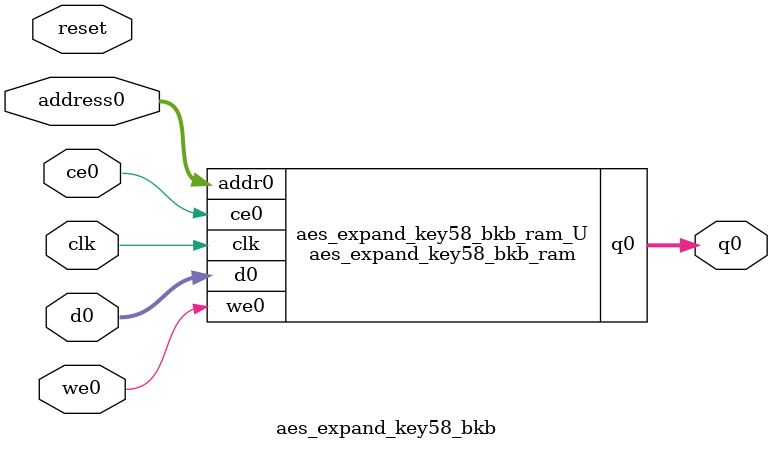
<source format=v>
`timescale 1 ns / 1 ps
module aes_expand_key58_bkb_ram (addr0, ce0, d0, we0, q0,  clk);

parameter DWIDTH = 16;
parameter AWIDTH = 8;
parameter MEM_SIZE = 240;

input[AWIDTH-1:0] addr0;
input ce0;
input[DWIDTH-1:0] d0;
input we0;
output reg[DWIDTH-1:0] q0;
input clk;

(* ram_style = "block" *)reg [DWIDTH-1:0] ram[0:MEM_SIZE-1];




always @(posedge clk)  
begin 
    if (ce0) 
    begin
        if (we0) 
        begin 
            ram[addr0] <= d0; 
        end 
        q0 <= ram[addr0];
    end
end


endmodule

`timescale 1 ns / 1 ps
module aes_expand_key58_bkb(
    reset,
    clk,
    address0,
    ce0,
    we0,
    d0,
    q0);

parameter DataWidth = 32'd16;
parameter AddressRange = 32'd240;
parameter AddressWidth = 32'd8;
input reset;
input clk;
input[AddressWidth - 1:0] address0;
input ce0;
input we0;
input[DataWidth - 1:0] d0;
output[DataWidth - 1:0] q0;



aes_expand_key58_bkb_ram aes_expand_key58_bkb_ram_U(
    .clk( clk ),
    .addr0( address0 ),
    .ce0( ce0 ),
    .we0( we0 ),
    .d0( d0 ),
    .q0( q0 ));

endmodule


</source>
